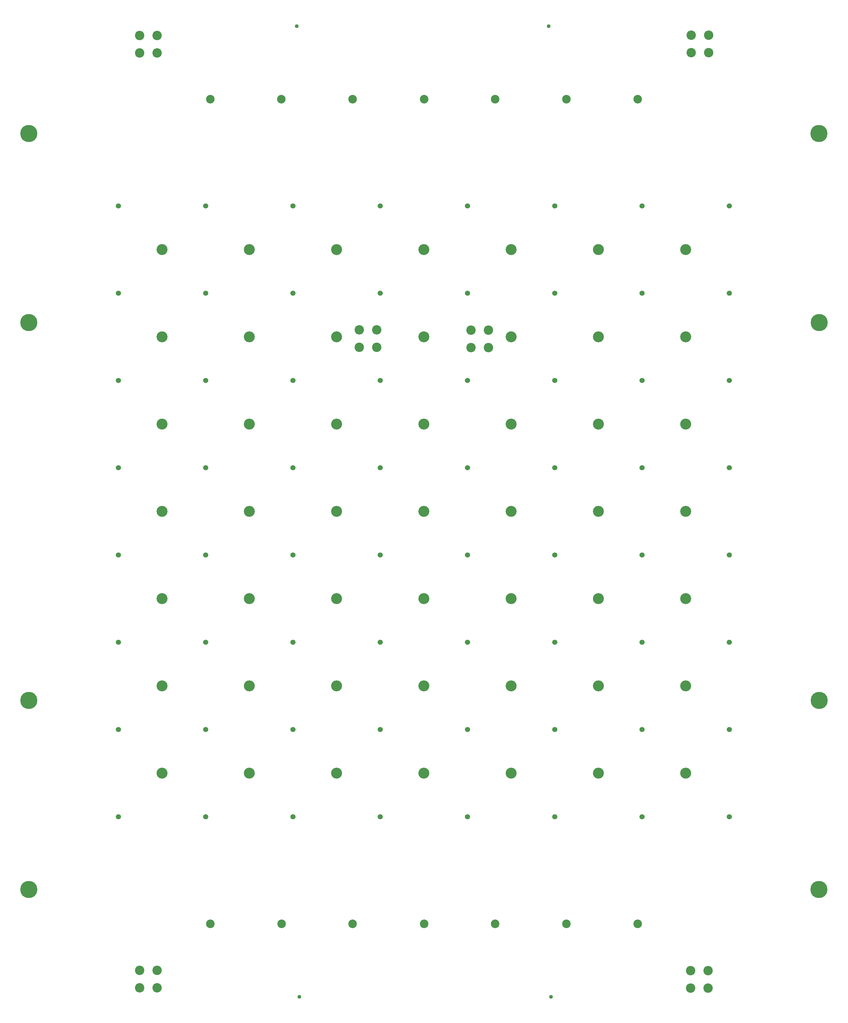
<source format=gbr>
%TF.GenerationSoftware,KiCad,Pcbnew,7.0.2*%
%TF.CreationDate,2023-05-22T19:30:06+02:00*%
%TF.ProjectId,Board2 - Housing and Samtech,426f6172-6432-4202-9d20-486f7573696e,rev?*%
%TF.SameCoordinates,Original*%
%TF.FileFunction,Soldermask,Top*%
%TF.FilePolarity,Negative*%
%FSLAX46Y46*%
G04 Gerber Fmt 4.6, Leading zero omitted, Abs format (unit mm)*
G04 Created by KiCad (PCBNEW 7.0.2) date 2023-05-22 19:30:06*
%MOMM*%
%LPD*%
G01*
G04 APERTURE LIST*
%ADD10C,1.500000*%
%ADD11C,3.200000*%
%ADD12C,2.500000*%
%ADD13C,2.740000*%
%ADD14C,5.000000*%
%ADD15C,1.130000*%
G04 APERTURE END LIST*
D10*
%TO.C,U42*%
X324256400Y-146837400D03*
%TD*%
%TO.C,U63*%
X375056400Y-273837400D03*
%TD*%
%TO.C,U35*%
X298856400Y-172237400D03*
%TD*%
%TO.C,U46*%
X324256400Y-248437400D03*
%TD*%
D11*
%TO.C,REF\u002A\u002A4*%
X235356400Y-134137400D03*
%TD*%
D10*
%TO.C,U10*%
X222656400Y-146837400D03*
%TD*%
%TO.C,U57*%
X375056400Y-121437400D03*
%TD*%
%TO.C,U43*%
X324256400Y-172237400D03*
%TD*%
D11*
%TO.C,REF\u002A\u002A13*%
X286156400Y-159537400D03*
%TD*%
D10*
%TO.C,U49*%
X349656400Y-121437400D03*
%TD*%
%TO.C,U11*%
X222656400Y-172237400D03*
%TD*%
D11*
%TO.C,REF\u002A\u002A*%
X209956400Y-134137400D03*
%TD*%
D10*
%TO.C,U9*%
X222656400Y-121437400D03*
%TD*%
%TO.C,U53*%
X349656400Y-223037400D03*
%TD*%
D11*
%TO.C,REF\u002A\u002A28*%
X311556400Y-210337400D03*
%TD*%
D10*
%TO.C,U32*%
X273456400Y-299237400D03*
%TD*%
D11*
%TO.C,REF\u002A\u002A24*%
X209956400Y-210337400D03*
%TD*%
D10*
%TO.C,U36*%
X298856400Y-197637400D03*
%TD*%
%TO.C,U12*%
X222656400Y-197637400D03*
%TD*%
D11*
%TO.C,REF\u002A\u002A6*%
X286156400Y-134137400D03*
%TD*%
D10*
%TO.C,U2*%
X197256400Y-146837400D03*
%TD*%
D11*
%TO.C,REF\u002A\u002A31*%
X209956400Y-235737400D03*
%TD*%
D10*
%TO.C,U50*%
X349656400Y-146837400D03*
%TD*%
%TO.C,U19*%
X248056400Y-172237400D03*
%TD*%
%TO.C,U58*%
X375056400Y-146837400D03*
%TD*%
D11*
%TO.C,REF\u002A\u002A32*%
X235356400Y-235737400D03*
%TD*%
%TO.C,REF\u002A\u002A48*%
X286156400Y-286537400D03*
%TD*%
D10*
%TO.C,U15*%
X222656400Y-273837400D03*
%TD*%
%TO.C,U16*%
X222656400Y-299237400D03*
%TD*%
D11*
%TO.C,REF\u002A\u002A37*%
X362356400Y-235737400D03*
%TD*%
%TO.C,REF\u002A\u002A47*%
X260756400Y-286537400D03*
%TD*%
D10*
%TO.C,U28*%
X273456400Y-197637400D03*
%TD*%
%TO.C,U20*%
X248056400Y-197637400D03*
%TD*%
D11*
%TO.C,REF\u002A\u002A5*%
X260756400Y-134137400D03*
%TD*%
%TO.C,REF\u002A\u002A30*%
X362356400Y-210337400D03*
%TD*%
%TO.C,REF\u002A\u002A33*%
X260756400Y-235737400D03*
%TD*%
%TO.C,REF\u002A\u002A51*%
X362356400Y-286537400D03*
%TD*%
D10*
%TO.C,U18*%
X248056400Y-146837400D03*
%TD*%
D11*
%TO.C,REF\u002A\u002A29*%
X336956400Y-210337400D03*
%TD*%
D10*
%TO.C,U64*%
X375056400Y-299237400D03*
%TD*%
%TO.C,U27*%
X273456400Y-172237400D03*
%TD*%
D11*
%TO.C,REF\u002A\u002A16*%
X362356400Y-159537400D03*
%TD*%
%TO.C,REF\u002A\u002A43*%
X336956400Y-261137400D03*
%TD*%
%TO.C,REF\u002A\u002A17*%
X209956400Y-184937400D03*
%TD*%
D10*
%TO.C,U8*%
X197256400Y-299237400D03*
%TD*%
%TO.C,U51*%
X349656400Y-172237400D03*
%TD*%
%TO.C,U45*%
X324256400Y-223037400D03*
%TD*%
%TO.C,U34*%
X298856400Y-146837400D03*
%TD*%
D11*
%TO.C,REF\u002A\u002A35*%
X311556400Y-235737400D03*
%TD*%
D10*
%TO.C,U14*%
X222656400Y-248437400D03*
%TD*%
%TO.C,U47*%
X324256400Y-273837400D03*
%TD*%
D11*
%TO.C,REF\u002A\u002A9*%
X362356400Y-134137400D03*
%TD*%
%TO.C,REF\u002A\u002A44*%
X362356400Y-261137400D03*
%TD*%
%TO.C,REF\u002A\u002A45*%
X209956400Y-286537400D03*
%TD*%
D10*
%TO.C,U3*%
X197256400Y-172237400D03*
%TD*%
D11*
%TO.C,REF\u002A\u002A38*%
X209956400Y-261137400D03*
%TD*%
D10*
%TO.C,U37*%
X298856400Y-223037400D03*
%TD*%
%TO.C,U40*%
X298856400Y-299237400D03*
%TD*%
D11*
%TO.C,REF\u002A\u002A27*%
X286156400Y-210337400D03*
%TD*%
D10*
%TO.C,U52*%
X349656400Y-197637400D03*
%TD*%
%TO.C,U62*%
X375056400Y-248437400D03*
%TD*%
%TO.C,U60*%
X375056400Y-197637400D03*
%TD*%
D11*
%TO.C,REF\u002A\u002A14*%
X311556400Y-159537400D03*
%TD*%
%TO.C,REF\u002A\u002A49*%
X311556400Y-286537400D03*
%TD*%
D10*
%TO.C,U17*%
X248056400Y-121437400D03*
%TD*%
D11*
%TO.C,REF\u002A\u002A11*%
X235356400Y-159537400D03*
%TD*%
D10*
%TO.C,U54*%
X349656400Y-248437400D03*
%TD*%
D11*
%TO.C,REF\u002A\u002A15*%
X336956400Y-159537400D03*
%TD*%
D10*
%TO.C,U5*%
X197256400Y-223037400D03*
%TD*%
%TO.C,U22*%
X248056400Y-248437400D03*
%TD*%
%TO.C,U21*%
X248056400Y-223037400D03*
%TD*%
%TO.C,U41*%
X324256400Y-121437400D03*
%TD*%
D11*
%TO.C,REF\u002A\u002A18*%
X235356400Y-184937400D03*
%TD*%
%TO.C,REF\u002A\u002A46*%
X235356400Y-286537400D03*
%TD*%
D10*
%TO.C,U13*%
X222656400Y-223037400D03*
%TD*%
%TO.C,U59*%
X375056400Y-172237400D03*
%TD*%
D11*
%TO.C,REF\u002A\u002A8*%
X336956400Y-134137400D03*
%TD*%
%TO.C,REF\u002A\u002A50*%
X336956400Y-286537400D03*
%TD*%
%TO.C,REF\u002A\u002A25*%
X235356400Y-210337400D03*
%TD*%
D10*
%TO.C,U4*%
X197256400Y-197637400D03*
%TD*%
%TO.C,U29*%
X273456400Y-223037400D03*
%TD*%
%TO.C,U26*%
X273456400Y-146837400D03*
%TD*%
D11*
%TO.C,REF\u002A\u002A22*%
X336956400Y-184937400D03*
%TD*%
%TO.C,REF\u002A\u002A21*%
X311556400Y-184937400D03*
%TD*%
D10*
%TO.C,U33*%
X298856400Y-121437400D03*
%TD*%
%TO.C,U23*%
X248056400Y-273837400D03*
%TD*%
D11*
%TO.C,REF\u002A\u002A42*%
X311556400Y-261137400D03*
%TD*%
D10*
%TO.C,U7*%
X197256400Y-273837400D03*
%TD*%
%TO.C,U39*%
X298856400Y-273837400D03*
%TD*%
%TO.C,U48*%
X324256400Y-299237400D03*
%TD*%
D11*
%TO.C,REF\u002A\u002A41*%
X286156400Y-261137400D03*
%TD*%
%TO.C,REF\u002A\u002A23*%
X362356400Y-184937400D03*
%TD*%
D10*
%TO.C,U61*%
X375056400Y-223037400D03*
%TD*%
D11*
%TO.C,REF\u002A\u002A20*%
X286156400Y-184937400D03*
%TD*%
D10*
%TO.C,U24*%
X248056400Y-299237400D03*
%TD*%
D11*
%TO.C,REF\u002A\u002A26*%
X260756400Y-210337400D03*
%TD*%
%TO.C,REF\u002A\u002A39*%
X235356400Y-261137400D03*
%TD*%
D10*
%TO.C,U55*%
X349656400Y-273837400D03*
%TD*%
D11*
%TO.C,REF\u002A\u002A7*%
X311556400Y-134137400D03*
%TD*%
%TO.C,REF\u002A\u002A12*%
X260756400Y-159537400D03*
%TD*%
%TO.C,REF\u002A\u002A10*%
X209956400Y-159537400D03*
%TD*%
%TO.C,REF\u002A\u002A19*%
X260756400Y-184937400D03*
%TD*%
D10*
%TO.C,U6*%
X197256400Y-248437400D03*
%TD*%
D11*
%TO.C,REF\u002A\u002A36*%
X336956400Y-235737400D03*
%TD*%
D10*
%TO.C,U44*%
X324256400Y-197637400D03*
%TD*%
%TO.C,U31*%
X273456400Y-273837400D03*
%TD*%
D11*
%TO.C,REF\u002A\u002A40*%
X260756400Y-261137400D03*
%TD*%
D10*
%TO.C,U38*%
X298856400Y-248437400D03*
%TD*%
%TO.C,U30*%
X273456400Y-248437400D03*
%TD*%
D11*
%TO.C,REF\u002A\u002A34*%
X286156400Y-235737400D03*
%TD*%
D10*
%TO.C,U56*%
X349656400Y-299237400D03*
%TD*%
%TO.C,U1*%
X197256400Y-121437400D03*
%TD*%
%TO.C,U25*%
X273456400Y-121437400D03*
%TD*%
D12*
%TO.C,*%
X244733879Y-330344550D03*
%TD*%
D13*
%TO.C,REF\u002A\u002A*%
X208490000Y-349000000D03*
X208490000Y-343920000D03*
X203410000Y-349000000D03*
X203410000Y-343920000D03*
%TD*%
D14*
%TO.C,REF\u002A\u002A1*%
X401156400Y-100337400D03*
%TD*%
D12*
%TO.C,*%
X286186679Y-90314550D03*
%TD*%
%TO.C,*%
X348365879Y-330344550D03*
%TD*%
D14*
%TO.C,*%
X401197879Y-265371350D03*
%TD*%
D12*
%TO.C,*%
X223956679Y-90314550D03*
%TD*%
%TO.C,*%
X286186679Y-330344550D03*
%TD*%
%TO.C,*%
X244683079Y-90314550D03*
%TD*%
D13*
%TO.C,REF\u002A\u002A*%
X369060000Y-76810000D03*
X369060000Y-71730000D03*
X363980000Y-76810000D03*
X363980000Y-71730000D03*
%TD*%
D12*
%TO.C,*%
X224007479Y-330344550D03*
%TD*%
D14*
%TO.C,REF\u002A\u002A2*%
X171156400Y-320337400D03*
%TD*%
%TO.C,REF\u002A\u002A3*%
X401156400Y-320337400D03*
%TD*%
D12*
%TO.C,*%
X265409479Y-330344550D03*
%TD*%
%TO.C,*%
X265409479Y-90314550D03*
%TD*%
%TO.C,*%
X327639479Y-330344550D03*
%TD*%
%TO.C,*%
X327639479Y-90314550D03*
%TD*%
D13*
%TO.C,REF\u002A\u002A*%
X304960000Y-162620000D03*
X304960000Y-157540000D03*
X299880000Y-162620000D03*
X299880000Y-157540000D03*
%TD*%
%TO.C,REF\u002A\u002A*%
X272450000Y-162570000D03*
X272450000Y-157490000D03*
X267370000Y-162570000D03*
X267370000Y-157490000D03*
%TD*%
D12*
%TO.C,*%
X348365879Y-90314550D03*
%TD*%
D15*
%TO.C,J1*%
X322441479Y-69080000D03*
X249141479Y-69080000D03*
%TD*%
D13*
%TO.C,REF\u002A\u002A*%
X208520000Y-76840000D03*
X208520000Y-71760000D03*
X203440000Y-76840000D03*
X203440000Y-71760000D03*
%TD*%
D14*
%TO.C,*%
X171175479Y-155338550D03*
%TD*%
D15*
%TO.C,J2*%
X249871321Y-351569400D03*
X323171321Y-351569400D03*
%TD*%
D14*
%TO.C,*%
X401197879Y-155389350D03*
%TD*%
D12*
%TO.C,*%
X306913079Y-330344550D03*
%TD*%
D14*
%TO.C,*%
X171175479Y-265371350D03*
%TD*%
D12*
%TO.C,*%
X306913079Y-90314550D03*
%TD*%
D13*
%TO.C,REF\u002A\u002A*%
X368850000Y-349030000D03*
X368850000Y-343950000D03*
X363770000Y-349030000D03*
X363770000Y-343950000D03*
%TD*%
D14*
%TO.C,REF\u002A\u002A*%
X171156400Y-100337400D03*
%TD*%
M02*

</source>
